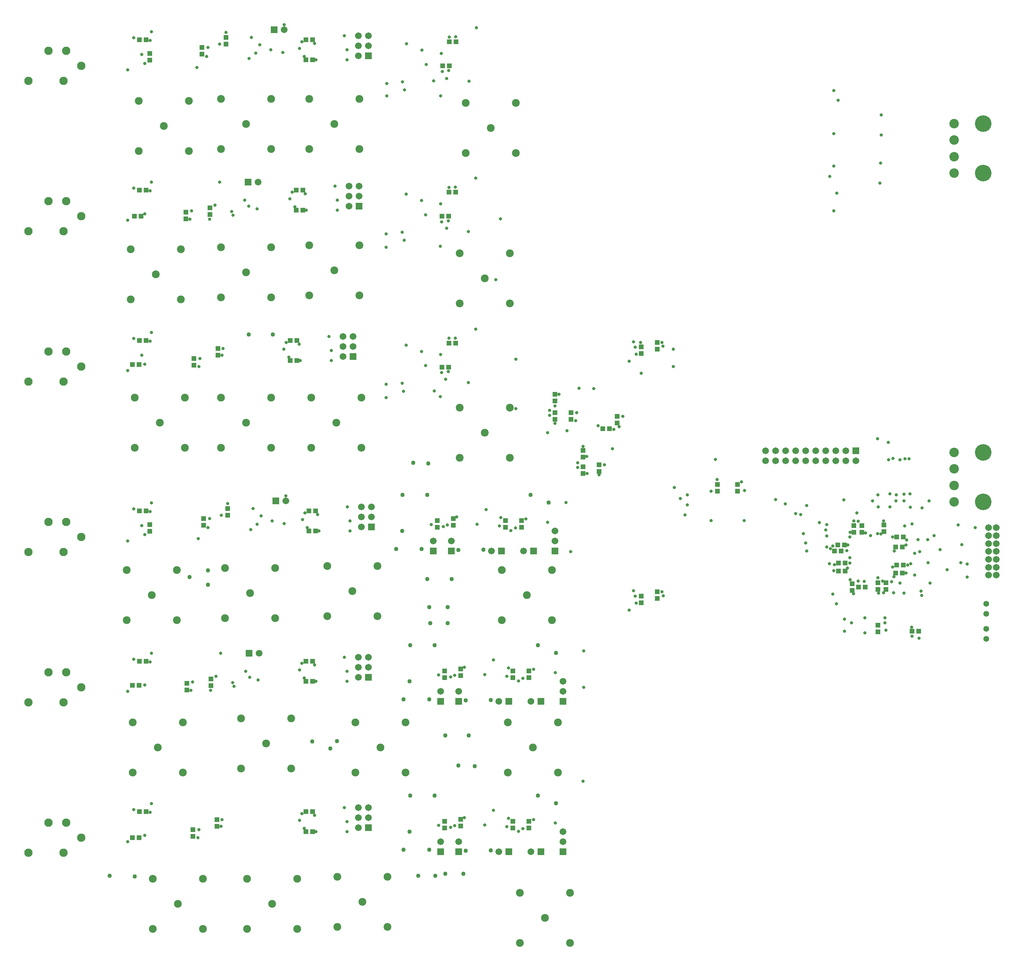
<source format=gbs>
%FSLAX24Y24*%
%MOIN*%
G70*
G01*
G75*
G04 Layer_Color=16711935*
G04 Layer_Color=16711935*
%ADD10R,0.0591X0.0906*%
%ADD11R,0.0787X0.0866*%
%ADD12R,0.0866X0.0787*%
%ADD13R,0.0394X0.0433*%
%ADD14R,0.0433X0.0394*%
%ADD15R,0.0236X0.0866*%
%ADD16O,0.0480X0.0169*%
%ADD17R,0.0480X0.0169*%
%ADD18R,0.0787X0.0472*%
%ADD19R,0.0512X0.0591*%
%ADD20R,0.0866X0.0236*%
%ADD21R,0.0866X0.0236*%
%ADD22R,0.0591X0.0512*%
%ADD23R,0.0630X0.0709*%
%ADD24R,0.0610X0.0236*%
%ADD25R,0.0409X0.0150*%
%ADD26O,0.0409X0.0150*%
%ADD27R,0.0709X0.0630*%
%ADD28R,0.0630X0.0118*%
%ADD29R,0.0630X0.0118*%
%ADD30R,0.1417X0.0315*%
%ADD31R,0.1240X0.1360*%
%ADD32R,0.0315X0.1417*%
%ADD33R,0.0610X0.0157*%
%ADD34R,0.0591X0.0138*%
%ADD35R,0.0571X0.0118*%
%ADD36R,0.0118X0.0630*%
%ADD37R,0.0807X0.0236*%
%ADD38R,0.0150X0.0600*%
%ADD39R,0.1010X0.0620*%
%ADD40R,0.2560X0.0360*%
%ADD41R,0.0775X0.0620*%
%ADD42C,0.0160*%
%ADD43C,0.0100*%
%ADD44C,0.0200*%
%ADD45C,0.0500*%
%ADD46C,0.0591*%
%ADD47R,0.0591X0.0591*%
%ADD48C,0.0866*%
%ADD49C,0.1575*%
%ADD50C,0.0700*%
%ADD51C,0.0750*%
%ADD52C,0.0500*%
%ADD53C,0.0200*%
%ADD54C,0.0350*%
%ADD55C,0.0250*%
%ADD56C,0.0098*%
%ADD57C,0.0070*%
%ADD58C,0.0079*%
%ADD59C,0.0039*%
%ADD60C,0.0080*%
%ADD61C,0.0280*%
%ADD62R,0.0671X0.0986*%
%ADD63R,0.0867X0.0946*%
%ADD64R,0.0946X0.0867*%
%ADD65R,0.0474X0.0513*%
%ADD66R,0.0513X0.0474*%
%ADD67R,0.0316X0.0946*%
%ADD68O,0.0560X0.0249*%
%ADD69R,0.0560X0.0249*%
%ADD70R,0.0867X0.0552*%
%ADD71R,0.0592X0.0671*%
%ADD72R,0.0946X0.0316*%
%ADD73R,0.0946X0.0316*%
%ADD74R,0.0671X0.0592*%
%ADD75R,0.0710X0.0789*%
%ADD76R,0.0690X0.0316*%
%ADD77R,0.0489X0.0230*%
%ADD78O,0.0489X0.0230*%
%ADD79R,0.0789X0.0710*%
%ADD80R,0.0710X0.0198*%
%ADD81R,0.0710X0.0198*%
%ADD82R,0.1497X0.0395*%
%ADD83R,0.1320X0.1440*%
%ADD84R,0.0395X0.1497*%
%ADD85R,0.0690X0.0237*%
%ADD86R,0.0671X0.0218*%
%ADD87R,0.0651X0.0198*%
%ADD88R,0.0198X0.0710*%
%ADD89R,0.0887X0.0316*%
%ADD90R,0.0230X0.0680*%
%ADD91C,0.0671*%
%ADD92R,0.0671X0.0671*%
%ADD93C,0.0946*%
%ADD94C,0.1655*%
%ADD95C,0.0780*%
%ADD96C,0.0830*%
%ADD97C,0.0580*%
%ADD98C,0.0430*%
%ADD99C,0.0330*%
D65*
X80800Y87383D02*
D03*
Y88052D02*
D03*
X76200Y88417D02*
D03*
Y87748D02*
D03*
X74600Y89583D02*
D03*
Y90252D02*
D03*
Y88417D02*
D03*
Y87748D02*
D03*
X79000Y83217D02*
D03*
Y82548D02*
D03*
X77400Y83017D02*
D03*
Y82348D02*
D03*
Y83983D02*
D03*
Y84652D02*
D03*
X106800Y67217D02*
D03*
Y66548D02*
D03*
X39400Y124852D02*
D03*
Y124183D02*
D03*
X41800Y125852D02*
D03*
Y125183D02*
D03*
X34200Y124252D02*
D03*
Y123583D02*
D03*
Y77252D02*
D03*
Y76583D02*
D03*
X40200Y108183D02*
D03*
Y108852D02*
D03*
X37800Y108417D02*
D03*
Y107748D02*
D03*
X41000Y94817D02*
D03*
Y94148D02*
D03*
X38600Y93817D02*
D03*
Y93148D02*
D03*
X41950Y78852D02*
D03*
Y78183D02*
D03*
X39550Y77852D02*
D03*
Y77183D02*
D03*
X40300Y61183D02*
D03*
Y61852D02*
D03*
X37900Y61417D02*
D03*
Y60748D02*
D03*
X40900Y47817D02*
D03*
Y47148D02*
D03*
X38500Y46817D02*
D03*
Y46148D02*
D03*
X65200Y47183D02*
D03*
Y47852D02*
D03*
X63600Y47652D02*
D03*
Y46983D02*
D03*
X72000D02*
D03*
Y47652D02*
D03*
X70400D02*
D03*
Y46983D02*
D03*
X64450Y77852D02*
D03*
Y77183D02*
D03*
X71250Y77652D02*
D03*
Y76983D02*
D03*
X62850Y77652D02*
D03*
Y76983D02*
D03*
X69650Y77652D02*
D03*
Y76983D02*
D03*
X65200Y62852D02*
D03*
Y62183D02*
D03*
X72000Y62652D02*
D03*
Y61983D02*
D03*
X63600D02*
D03*
Y62652D02*
D03*
X70400Y61983D02*
D03*
Y62652D02*
D03*
X83200Y94967D02*
D03*
Y94298D02*
D03*
X84800Y94733D02*
D03*
Y95402D02*
D03*
X83200Y69448D02*
D03*
Y70117D02*
D03*
X84800Y69883D02*
D03*
Y70552D02*
D03*
X107600Y70783D02*
D03*
Y71452D02*
D03*
X107400Y77217D02*
D03*
Y76548D02*
D03*
X104400Y77135D02*
D03*
Y76465D02*
D03*
X106800Y70783D02*
D03*
Y71452D02*
D03*
X104228Y70673D02*
D03*
Y71343D02*
D03*
X105200Y77135D02*
D03*
Y76465D02*
D03*
X92800Y80583D02*
D03*
Y81252D02*
D03*
X90800D02*
D03*
Y80583D02*
D03*
D66*
X80017Y86800D02*
D03*
X79348D02*
D03*
X110183Y66600D02*
D03*
X110852D02*
D03*
X64735Y125400D02*
D03*
X64065D02*
D03*
X64052Y123000D02*
D03*
X63383D02*
D03*
X49748Y123600D02*
D03*
X50417D02*
D03*
X49748Y125600D02*
D03*
X50417D02*
D03*
X33148D02*
D03*
X33817D02*
D03*
Y110600D02*
D03*
X33148D02*
D03*
X33335Y108000D02*
D03*
X32665D02*
D03*
X33148Y95600D02*
D03*
X33817D02*
D03*
X32465Y93200D02*
D03*
X33135D02*
D03*
X33148Y63600D02*
D03*
X33817D02*
D03*
X32465Y61200D02*
D03*
X33135D02*
D03*
X33148Y78600D02*
D03*
X33817D02*
D03*
X33148Y48600D02*
D03*
X33817D02*
D03*
X32465Y46000D02*
D03*
X33135D02*
D03*
X49467Y110600D02*
D03*
X48798D02*
D03*
X49467Y108600D02*
D03*
X48798D02*
D03*
X48198Y95600D02*
D03*
X48867D02*
D03*
Y93600D02*
D03*
X48198D02*
D03*
X49748Y63600D02*
D03*
X50417D02*
D03*
Y61600D02*
D03*
X49748D02*
D03*
Y48600D02*
D03*
X50417D02*
D03*
Y46600D02*
D03*
X49748D02*
D03*
X50048Y78600D02*
D03*
X50717D02*
D03*
Y76600D02*
D03*
X50048D02*
D03*
X63333Y108000D02*
D03*
X64002D02*
D03*
X64015Y110400D02*
D03*
X64685D02*
D03*
X63333Y92950D02*
D03*
X64002D02*
D03*
X64685Y95350D02*
D03*
X64015D02*
D03*
X102783Y75200D02*
D03*
X103452D02*
D03*
X102865Y72600D02*
D03*
X103535D02*
D03*
X109217Y72400D02*
D03*
X108548D02*
D03*
X109335Y76000D02*
D03*
X108665D02*
D03*
X109217Y75000D02*
D03*
X108548D02*
D03*
X103135Y74600D02*
D03*
X102465D02*
D03*
X108665Y73200D02*
D03*
X109335D02*
D03*
X102865Y73400D02*
D03*
X103535D02*
D03*
X104865Y71000D02*
D03*
X105535D02*
D03*
D91*
X54050Y111000D02*
D03*
X55050D02*
D03*
X54050Y110000D02*
D03*
X55050D02*
D03*
X54050Y109000D02*
D03*
X45000Y111400D02*
D03*
X47600Y126600D02*
D03*
X71450Y74600D02*
D03*
X68250D02*
D03*
X64250Y75600D02*
D03*
X62450D02*
D03*
X74600D02*
D03*
Y76600D02*
D03*
X117813Y76924D02*
D03*
X118600D02*
D03*
X117813Y76137D02*
D03*
X118600Y76150D02*
D03*
X117813Y75350D02*
D03*
X118600D02*
D03*
X117813Y74562D02*
D03*
X118600D02*
D03*
X117813Y73775D02*
D03*
X118600D02*
D03*
X117813Y72987D02*
D03*
X118600D02*
D03*
X117813Y72200D02*
D03*
X118600D02*
D03*
X95600Y83600D02*
D03*
Y84600D02*
D03*
X96600Y83600D02*
D03*
Y84600D02*
D03*
X97600Y83600D02*
D03*
Y84600D02*
D03*
X98600Y83600D02*
D03*
Y84600D02*
D03*
X99600Y83600D02*
D03*
Y84600D02*
D03*
X100600Y83600D02*
D03*
Y84600D02*
D03*
X101600Y83600D02*
D03*
Y84600D02*
D03*
X102600Y83600D02*
D03*
Y84600D02*
D03*
X103600Y83600D02*
D03*
Y84600D02*
D03*
X104600Y83600D02*
D03*
X75400Y45600D02*
D03*
Y60600D02*
D03*
X72200Y44600D02*
D03*
Y59600D02*
D03*
X69000Y44600D02*
D03*
Y59600D02*
D03*
X65000Y45600D02*
D03*
Y60600D02*
D03*
X63200Y45600D02*
D03*
Y60600D02*
D03*
X55300Y79000D02*
D03*
Y78000D02*
D03*
Y77000D02*
D03*
X55000Y49000D02*
D03*
Y48000D02*
D03*
Y47000D02*
D03*
Y64000D02*
D03*
Y63000D02*
D03*
Y62000D02*
D03*
Y126000D02*
D03*
Y125000D02*
D03*
Y124000D02*
D03*
X53450Y96000D02*
D03*
Y95000D02*
D03*
Y94000D02*
D03*
X45100Y64400D02*
D03*
X47750Y79600D02*
D03*
X56300Y79000D02*
D03*
Y78000D02*
D03*
X56000Y49000D02*
D03*
Y48000D02*
D03*
Y64000D02*
D03*
Y63000D02*
D03*
Y126000D02*
D03*
Y125000D02*
D03*
X54450Y96000D02*
D03*
Y95000D02*
D03*
X75400Y46600D02*
D03*
Y61600D02*
D03*
D92*
X55050Y109000D02*
D03*
X44000Y111400D02*
D03*
X46600Y126600D02*
D03*
X72450Y74600D02*
D03*
X69250D02*
D03*
X64250D02*
D03*
X62450D02*
D03*
X74600D02*
D03*
X104600Y84600D02*
D03*
X44100Y64400D02*
D03*
X46750Y79600D02*
D03*
X75400Y44600D02*
D03*
Y59600D02*
D03*
X73200Y44600D02*
D03*
Y59600D02*
D03*
X70000Y44600D02*
D03*
Y59600D02*
D03*
X65000Y44600D02*
D03*
Y59600D02*
D03*
X63200Y44600D02*
D03*
Y59600D02*
D03*
X56300Y77000D02*
D03*
X56000Y47000D02*
D03*
Y62000D02*
D03*
Y124000D02*
D03*
X54450Y94000D02*
D03*
D93*
X114400Y82800D02*
D03*
Y84454D02*
D03*
Y81146D02*
D03*
Y79493D02*
D03*
Y115600D02*
D03*
Y117254D02*
D03*
Y113946D02*
D03*
Y112293D02*
D03*
D94*
X117274Y84454D02*
D03*
Y79493D02*
D03*
Y117254D02*
D03*
Y112293D02*
D03*
D95*
X70700Y119300D02*
D03*
X65700D02*
D03*
Y114300D02*
D03*
X70700D02*
D03*
X68200Y116800D02*
D03*
X55100Y119700D02*
D03*
X50100D02*
D03*
Y114700D02*
D03*
X55100D02*
D03*
X52600Y117200D02*
D03*
X46300Y119700D02*
D03*
X41300D02*
D03*
Y114700D02*
D03*
X46300D02*
D03*
X43800Y117200D02*
D03*
X38100Y119500D02*
D03*
X33100D02*
D03*
Y114500D02*
D03*
X38100D02*
D03*
X35600Y117000D02*
D03*
X70100Y104300D02*
D03*
X65100D02*
D03*
Y99300D02*
D03*
X70100D02*
D03*
X67600Y101800D02*
D03*
X55100Y105100D02*
D03*
X50100D02*
D03*
Y100100D02*
D03*
X55100D02*
D03*
X52600Y102600D02*
D03*
X46300Y104900D02*
D03*
X41300D02*
D03*
Y99900D02*
D03*
X46300D02*
D03*
X43800Y102400D02*
D03*
X37300Y104700D02*
D03*
X32300D02*
D03*
Y99700D02*
D03*
X37300D02*
D03*
X34800Y102200D02*
D03*
X55300Y89900D02*
D03*
X50300D02*
D03*
Y84900D02*
D03*
X55300D02*
D03*
X52800Y87400D02*
D03*
X46300Y89900D02*
D03*
X41300D02*
D03*
Y84900D02*
D03*
X46300D02*
D03*
X43800Y87400D02*
D03*
X37700Y89900D02*
D03*
X32700D02*
D03*
Y84900D02*
D03*
X37700D02*
D03*
X35200Y87400D02*
D03*
X74300Y72700D02*
D03*
X69300D02*
D03*
Y67700D02*
D03*
X74300D02*
D03*
X71800Y70200D02*
D03*
X56900Y73100D02*
D03*
X51900D02*
D03*
Y68100D02*
D03*
X56900D02*
D03*
X54400Y70600D02*
D03*
X46700Y72900D02*
D03*
X41700D02*
D03*
Y67900D02*
D03*
X46700D02*
D03*
X44200Y70400D02*
D03*
X36900Y72700D02*
D03*
X31900D02*
D03*
Y67700D02*
D03*
X36900D02*
D03*
X34400Y70200D02*
D03*
X74900Y57500D02*
D03*
X69900D02*
D03*
Y52500D02*
D03*
X74900D02*
D03*
X72400Y55000D02*
D03*
X59700Y57500D02*
D03*
X54700D02*
D03*
Y52500D02*
D03*
X59700D02*
D03*
X57200Y55000D02*
D03*
X48300Y57900D02*
D03*
X43300D02*
D03*
Y52900D02*
D03*
X48300D02*
D03*
X45800Y55400D02*
D03*
X37500Y57500D02*
D03*
X32500D02*
D03*
Y52500D02*
D03*
X37500D02*
D03*
X35000Y55000D02*
D03*
X76100Y40500D02*
D03*
X71100D02*
D03*
Y35500D02*
D03*
X76100D02*
D03*
X73600Y38000D02*
D03*
X57900Y42100D02*
D03*
X52900D02*
D03*
Y37100D02*
D03*
X57900D02*
D03*
X55400Y39600D02*
D03*
X48900Y41900D02*
D03*
X43900D02*
D03*
Y36900D02*
D03*
X48900D02*
D03*
X46400Y39400D02*
D03*
X39500Y41900D02*
D03*
X34500D02*
D03*
Y36900D02*
D03*
X39500D02*
D03*
X37000Y39400D02*
D03*
X67600Y86400D02*
D03*
X70100Y83900D02*
D03*
X65100D02*
D03*
Y88900D02*
D03*
X70100D02*
D03*
D96*
X24100Y124500D02*
D03*
X22100Y121500D02*
D03*
X27350Y123000D02*
D03*
X25850Y124500D02*
D03*
X25600Y121500D02*
D03*
X24100Y109500D02*
D03*
X22100Y106500D02*
D03*
X27350Y108000D02*
D03*
X25850Y109500D02*
D03*
X25600Y106500D02*
D03*
X24100Y94500D02*
D03*
X22100Y91500D02*
D03*
X27350Y93000D02*
D03*
X25850Y94500D02*
D03*
X25600Y91500D02*
D03*
X24100Y77500D02*
D03*
X22100Y74500D02*
D03*
X27350Y76000D02*
D03*
X25850Y77500D02*
D03*
X25600Y74500D02*
D03*
X24100Y62500D02*
D03*
X22100Y59500D02*
D03*
X27350Y61000D02*
D03*
X25850Y62500D02*
D03*
X25600Y59500D02*
D03*
X24100Y47500D02*
D03*
X22100Y44500D02*
D03*
X27350Y46000D02*
D03*
X25850Y47500D02*
D03*
X25600Y44500D02*
D03*
D97*
X117600Y68350D02*
D03*
Y69352D02*
D03*
Y66850D02*
D03*
Y65848D02*
D03*
D98*
X63650Y56200D02*
D03*
X66000D02*
D03*
X64950Y53200D02*
D03*
X66600Y53150D02*
D03*
X60950Y42200D02*
D03*
X62650D02*
D03*
X63650Y42400D02*
D03*
X65450D02*
D03*
X62050Y69000D02*
D03*
X63900D02*
D03*
X62150Y67400D02*
D03*
X63900D02*
D03*
X61850Y71800D02*
D03*
X64300D02*
D03*
X60450Y83400D02*
D03*
X61950Y83350D02*
D03*
X44050Y96200D02*
D03*
X46450D02*
D03*
X30200Y42200D02*
D03*
X32700Y42150D02*
D03*
X52200Y54900D02*
D03*
X50400Y55600D02*
D03*
X52850Y55650D02*
D03*
X38150Y72000D02*
D03*
X39991Y72659D02*
D03*
Y71241D02*
D03*
X62600Y50200D02*
D03*
X60150D02*
D03*
X62050Y44800D02*
D03*
X59500D02*
D03*
X60100Y46600D02*
D03*
X65700Y44700D02*
D03*
X68200Y44750D02*
D03*
X72900Y50200D02*
D03*
X74700Y49450D02*
D03*
X59350Y76600D02*
D03*
X58750Y74800D02*
D03*
X61300D02*
D03*
X72150Y80200D02*
D03*
X73950Y79450D02*
D03*
X61850Y80200D02*
D03*
X59400D02*
D03*
X64950Y74700D02*
D03*
X67450Y74750D02*
D03*
X60100Y61600D02*
D03*
X59500Y59800D02*
D03*
X62050D02*
D03*
X72900Y65200D02*
D03*
X74700Y64450D02*
D03*
X62600Y65200D02*
D03*
X60150D02*
D03*
X65700Y59700D02*
D03*
X68200Y59750D02*
D03*
D99*
X102400Y116250D02*
D03*
X87800Y79200D02*
D03*
X86500Y80950D02*
D03*
X86400Y93000D02*
D03*
Y94750D02*
D03*
X87800Y80200D02*
D03*
X87100Y79850D02*
D03*
X87550Y78200D02*
D03*
X73850Y86400D02*
D03*
X75800Y86600D02*
D03*
X77400Y51650D02*
D03*
X77450Y61000D02*
D03*
Y64650D02*
D03*
X76150Y74550D02*
D03*
X75700Y79450D02*
D03*
X70700Y93750D02*
D03*
Y88800D02*
D03*
X83124Y95400D02*
D03*
X83200Y92350D02*
D03*
X81350Y88050D02*
D03*
X81000Y87000D02*
D03*
X80450Y86750D02*
D03*
X78900Y87100D02*
D03*
X78450Y90800D02*
D03*
X77000Y90850D02*
D03*
X76650Y87600D02*
D03*
X76750Y88400D02*
D03*
X74998Y90252D02*
D03*
X74583Y89083D02*
D03*
X74050Y88650D02*
D03*
Y88150D02*
D03*
X74600Y87350D02*
D03*
X80309Y84791D02*
D03*
X79000Y82200D02*
D03*
X79533Y83217D02*
D03*
X76850Y83400D02*
D03*
Y82950D02*
D03*
X77798Y82348D02*
D03*
X77400Y85050D02*
D03*
X77750Y84050D02*
D03*
X62559Y90559D02*
D03*
X63150Y90000D02*
D03*
X63700Y91750D02*
D03*
X57759Y89909D02*
D03*
X59500Y90550D02*
D03*
X57759Y91241D02*
D03*
X63791Y106791D02*
D03*
X63150Y105000D02*
D03*
X57759Y104909D02*
D03*
Y106241D02*
D03*
X59550Y105600D02*
D03*
X57809Y119991D02*
D03*
Y121241D02*
D03*
X59600Y120600D02*
D03*
X63200Y120000D02*
D03*
X63800Y121750D02*
D03*
X62500Y121500D02*
D03*
X102831Y119581D02*
D03*
X102400Y120550D02*
D03*
X102700Y110300D02*
D03*
X102400Y108550D02*
D03*
X101981Y111981D02*
D03*
X102400Y113000D02*
D03*
X107050Y113300D02*
D03*
X107000Y111300D02*
D03*
X107110Y118090D02*
D03*
Y116090D02*
D03*
X110050Y73350D02*
D03*
X109400Y70400D02*
D03*
X110200Y66100D02*
D03*
X110150Y67000D02*
D03*
X110900Y65900D02*
D03*
X103441Y66609D02*
D03*
Y67791D02*
D03*
X105500Y67950D02*
D03*
X104150Y67450D02*
D03*
X105500Y66450D02*
D03*
X107600Y66700D02*
D03*
X107500Y67450D02*
D03*
Y67950D02*
D03*
X102650Y69350D02*
D03*
X102300Y70300D02*
D03*
X103700Y74650D02*
D03*
X102050Y74850D02*
D03*
X101700Y74990D02*
D03*
X101950Y73350D02*
D03*
X102300Y75100D02*
D03*
X106750Y76350D02*
D03*
X108250Y73000D02*
D03*
X109750Y73200D02*
D03*
X105409Y71559D02*
D03*
X104819Y71619D02*
D03*
X108992Y71408D02*
D03*
X112000Y71400D02*
D03*
X101600Y76700D02*
D03*
X101700Y76100D02*
D03*
X99690Y74610D02*
D03*
X99600Y75400D02*
D03*
X99350Y76350D02*
D03*
X99700Y79150D02*
D03*
X99100Y78250D02*
D03*
X98600Y78350D02*
D03*
X104700Y78400D02*
D03*
X106050Y76150D02*
D03*
X103400Y79700D02*
D03*
X104000Y76000D02*
D03*
X90600Y83750D02*
D03*
X90747Y81747D02*
D03*
X90167Y80583D02*
D03*
X90150Y77650D02*
D03*
X93450D02*
D03*
X93200Y81500D02*
D03*
X93500Y80650D02*
D03*
X96600Y79750D02*
D03*
X97550Y79300D02*
D03*
X114800Y77200D02*
D03*
X116500Y76950D02*
D03*
X111100Y70600D02*
D03*
X111169Y70169D02*
D03*
X115700Y73300D02*
D03*
Y72000D02*
D03*
X109450Y77100D02*
D03*
X110200Y77300D02*
D03*
X112400Y76150D02*
D03*
X111802Y73448D02*
D03*
X110465Y72215D02*
D03*
Y74385D02*
D03*
X110800Y75750D02*
D03*
X111748Y75752D02*
D03*
X107819Y85431D02*
D03*
X106750Y85800D02*
D03*
X106809Y79009D02*
D03*
X106250Y79600D02*
D03*
X106800Y80200D02*
D03*
X107991Y79009D02*
D03*
X108600Y79600D02*
D03*
X108614Y80214D02*
D03*
X107991Y80291D02*
D03*
X111191Y78909D02*
D03*
X111900Y79600D02*
D03*
X109400D02*
D03*
X110009Y78959D02*
D03*
X110000Y80300D02*
D03*
X109382Y80282D02*
D03*
X109000Y83700D02*
D03*
X107846Y83696D02*
D03*
X108300Y83850D02*
D03*
X109500Y83800D02*
D03*
X109894Y83794D02*
D03*
X113700Y72750D02*
D03*
X112972Y74728D02*
D03*
X115048Y73448D02*
D03*
X115140Y75240D02*
D03*
X64000Y122550D02*
D03*
X63350Y122450D02*
D03*
X63250Y124250D02*
D03*
X64065Y125885D02*
D03*
X64700Y125900D02*
D03*
X66015Y121465D02*
D03*
X66750Y126800D02*
D03*
X59800Y125200D02*
D03*
X61750Y123150D02*
D03*
X61335Y124565D02*
D03*
X59400Y121400D02*
D03*
X45150Y125100D02*
D03*
X47450Y124350D02*
D03*
X50751Y123601D02*
D03*
X49600Y123950D02*
D03*
X49106Y124744D02*
D03*
X49350Y125400D02*
D03*
X50631Y125232D02*
D03*
X53850Y123600D02*
D03*
Y124600D02*
D03*
X53600Y126000D02*
D03*
X47600Y127100D02*
D03*
X44324Y125826D02*
D03*
X44738Y124288D02*
D03*
X44100Y123750D02*
D03*
X38876Y122826D02*
D03*
X39998Y124852D02*
D03*
X39850Y123950D02*
D03*
X41800Y126350D02*
D03*
X41167Y125183D02*
D03*
X34350Y126400D02*
D03*
X32600Y125800D02*
D03*
X34224Y125524D02*
D03*
X33400Y124150D02*
D03*
X33700Y123250D02*
D03*
X32000Y122600D02*
D03*
X32600Y110800D02*
D03*
X34350Y111400D02*
D03*
X32000Y107600D02*
D03*
X33700Y108250D02*
D03*
X34224Y110524D02*
D03*
X32600Y95800D02*
D03*
X34350Y96400D02*
D03*
X32000Y92600D02*
D03*
X33700Y93250D02*
D03*
X33400Y94150D02*
D03*
X34224Y95524D02*
D03*
X32600Y63800D02*
D03*
X34350Y64400D02*
D03*
X32000Y60600D02*
D03*
X33700Y61250D02*
D03*
X34224Y63524D02*
D03*
X32600Y78800D02*
D03*
X34350Y79400D02*
D03*
X32000Y75600D02*
D03*
X33700Y76250D02*
D03*
X33400Y77150D02*
D03*
X34224Y78524D02*
D03*
X32600Y48800D02*
D03*
X34350Y49400D02*
D03*
X32000Y45600D02*
D03*
X33700Y46250D02*
D03*
X34224Y48524D02*
D03*
X38200Y107700D02*
D03*
X38350Y108550D02*
D03*
X40700Y109100D02*
D03*
X40150Y107700D02*
D03*
X44894Y108744D02*
D03*
X44050Y109000D02*
D03*
X42362Y108488D02*
D03*
X42500Y108100D02*
D03*
X41150Y111400D02*
D03*
X48400Y110400D02*
D03*
X49682Y110232D02*
D03*
X49801Y108601D02*
D03*
X48650Y108950D02*
D03*
X52900Y108600D02*
D03*
Y109600D02*
D03*
X52650Y111000D02*
D03*
X48156Y109744D02*
D03*
X47800Y95400D02*
D03*
X49082Y95232D02*
D03*
X49201Y93601D02*
D03*
X48050Y93950D02*
D03*
X52300Y93600D02*
D03*
Y94600D02*
D03*
X52050Y96000D02*
D03*
X47556Y94744D02*
D03*
X49350Y63400D02*
D03*
X50631Y63232D02*
D03*
X50751Y61601D02*
D03*
X49600Y61950D02*
D03*
X53850Y61600D02*
D03*
Y62600D02*
D03*
X53600Y64000D02*
D03*
X49106Y62744D02*
D03*
X49350Y48400D02*
D03*
X50631Y48232D02*
D03*
X50751Y46601D02*
D03*
X49600Y46950D02*
D03*
X53850Y46600D02*
D03*
Y47600D02*
D03*
X53600Y49000D02*
D03*
X49106Y47744D02*
D03*
X49650Y78400D02*
D03*
X50932Y78232D02*
D03*
X51051Y76601D02*
D03*
X49900Y76950D02*
D03*
X54150Y76600D02*
D03*
Y77600D02*
D03*
X53900Y79000D02*
D03*
X49406Y77744D02*
D03*
X43650Y109600D02*
D03*
X61285Y109565D02*
D03*
X61700Y108150D02*
D03*
X59350Y106400D02*
D03*
X59750Y110200D02*
D03*
X65965Y106465D02*
D03*
X63300Y107450D02*
D03*
X64650Y110900D02*
D03*
X63200Y109250D02*
D03*
X63950Y107550D02*
D03*
X64015Y110885D02*
D03*
X61285Y94515D02*
D03*
X61700Y93100D02*
D03*
X59350Y91350D02*
D03*
X59750Y95150D02*
D03*
X66700Y96750D02*
D03*
X65965Y91415D02*
D03*
X63300Y92400D02*
D03*
X64650Y95850D02*
D03*
X63200Y94200D02*
D03*
X63950Y92500D02*
D03*
X64015Y95835D02*
D03*
X39183Y93817D02*
D03*
X39100Y93000D02*
D03*
X41398Y94148D02*
D03*
X41483Y94817D02*
D03*
X47750Y80100D02*
D03*
X39026Y75826D02*
D03*
X44474Y78826D02*
D03*
X41317Y78183D02*
D03*
X40000Y76950D02*
D03*
X40148Y77852D02*
D03*
X44250Y76750D02*
D03*
X44888Y77288D02*
D03*
X45300Y78100D02*
D03*
X47600Y77350D02*
D03*
X41950Y79350D02*
D03*
X43750Y62600D02*
D03*
X41250Y64400D02*
D03*
X44994Y61744D02*
D03*
X44150Y62000D02*
D03*
X42600Y61100D02*
D03*
X42462Y61488D02*
D03*
X40800Y62100D02*
D03*
X38300Y60700D02*
D03*
X38450Y61550D02*
D03*
X40250Y60700D02*
D03*
X41298Y47148D02*
D03*
X39000Y46000D02*
D03*
X39083Y46817D02*
D03*
X41383Y47817D02*
D03*
X67585Y47265D02*
D03*
X65550Y48000D02*
D03*
X64603Y47203D02*
D03*
X63000Y47250D02*
D03*
X64200Y47050D02*
D03*
X74615Y47465D02*
D03*
X72450Y47800D02*
D03*
X71400Y46900D02*
D03*
X69800Y47100D02*
D03*
X69950Y47950D02*
D03*
X70950Y46650D02*
D03*
X68465Y48735D02*
D03*
X66835Y77265D02*
D03*
X67715Y78735D02*
D03*
X73865Y77465D02*
D03*
X62250Y77250D02*
D03*
X63853Y77203D02*
D03*
X64800Y78000D02*
D03*
X63450Y77050D02*
D03*
X69050Y77100D02*
D03*
X71700Y77800D02*
D03*
X70200Y76650D02*
D03*
X70650Y76900D02*
D03*
X69200Y77950D02*
D03*
X67585Y62265D02*
D03*
X68465Y63735D02*
D03*
X74615Y62465D02*
D03*
X63000Y62250D02*
D03*
X64603Y62203D02*
D03*
X65550Y63000D02*
D03*
X64200Y62050D02*
D03*
X69800Y62100D02*
D03*
X72450Y62800D02*
D03*
X70950Y61650D02*
D03*
X71400Y61900D02*
D03*
X69950Y62950D02*
D03*
X82603Y94947D02*
D03*
X82000Y93550D02*
D03*
X82700Y94250D02*
D03*
X82426Y95474D02*
D03*
X85248Y95402D02*
D03*
X85350Y95050D02*
D03*
X82426Y70624D02*
D03*
X82000Y68700D02*
D03*
X82603Y70097D02*
D03*
X82700Y69400D02*
D03*
X85248Y70552D02*
D03*
X85400Y70150D02*
D03*
X103800Y75200D02*
D03*
X102450Y73250D02*
D03*
X104000Y73400D02*
D03*
X102400Y72650D02*
D03*
X103750Y72900D02*
D03*
X104350Y70350D02*
D03*
X106850Y70400D02*
D03*
X106800Y71950D02*
D03*
X107250Y71600D02*
D03*
X107350Y70450D02*
D03*
X108362Y70438D02*
D03*
X108165Y71535D02*
D03*
X108400Y72050D02*
D03*
X109600Y72400D02*
D03*
X108409Y74591D02*
D03*
X109600Y75200D02*
D03*
X109650Y75700D02*
D03*
X108250Y76000D02*
D03*
X107350Y77600D02*
D03*
X107100Y76300D02*
D03*
X105550Y76400D02*
D03*
X104819Y77569D02*
D03*
X104400Y77600D02*
D03*
X104015Y76465D02*
D03*
X104000Y73950D02*
D03*
X69150Y107750D02*
D03*
X68700Y101679D02*
D03*
X101700Y77250D02*
D03*
X110950Y74550D02*
D03*
X100950Y77450D02*
D03*
X104031Y71732D02*
D03*
X66700Y111800D02*
D03*
X46250Y124600D02*
D03*
X46400Y77600D02*
D03*
M02*

</source>
